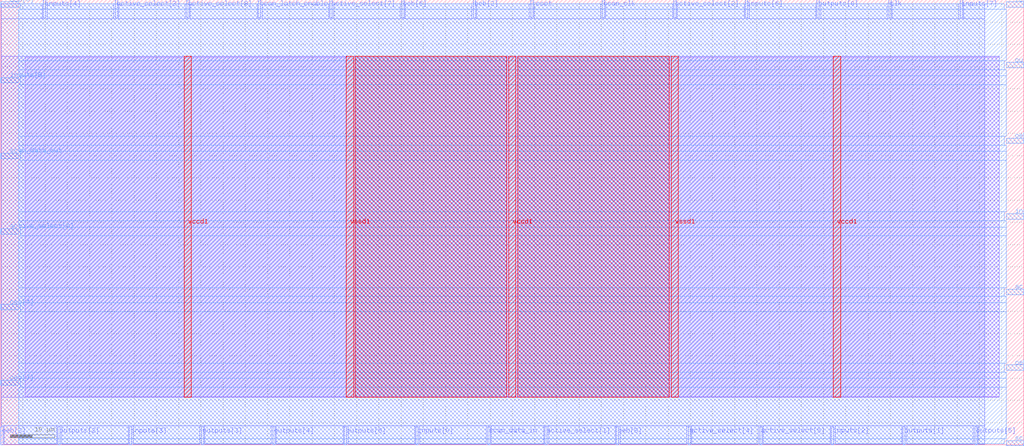
<source format=lef>
VERSION 5.7 ;
  NOWIREEXTENSIONATPIN ON ;
  DIVIDERCHAR "/" ;
  BUSBITCHARS "[]" ;
MACRO scan_controller
  CLASS BLOCK ;
  FOREIGN scan_controller ;
  ORIGIN 0.000 0.000 ;
  SIZE 230.000 BY 100.000 ;
  PIN active_select[0]
    DIRECTION INPUT ;
    USE SIGNAL ;
    PORT
      LAYER met3 ;
        RECT 0.000 47.340 4.000 48.540 ;
    END
  END active_select[0]
  PIN active_select[1]
    DIRECTION INPUT ;
    USE SIGNAL ;
    PORT
      LAYER met2 ;
        RECT 122.310 0.000 122.870 4.000 ;
    END
  END active_select[1]
  PIN active_select[2]
    DIRECTION INPUT ;
    USE SIGNAL ;
    PORT
      LAYER met2 ;
        RECT 151.290 96.000 151.850 100.000 ;
    END
  END active_select[2]
  PIN active_select[3]
    DIRECTION INPUT ;
    USE SIGNAL ;
    PORT
      LAYER met2 ;
        RECT 25.710 96.000 26.270 100.000 ;
    END
  END active_select[3]
  PIN active_select[4]
    DIRECTION INPUT ;
    USE SIGNAL ;
    PORT
      LAYER met2 ;
        RECT 154.510 0.000 155.070 4.000 ;
    END
  END active_select[4]
  PIN active_select[5]
    DIRECTION INPUT ;
    USE SIGNAL ;
    PORT
      LAYER met2 ;
        RECT 170.610 0.000 171.170 4.000 ;
    END
  END active_select[5]
  PIN active_select[6]
    DIRECTION INPUT ;
    USE SIGNAL ;
    PORT
      LAYER met3 ;
        RECT 226.000 33.740 230.000 34.940 ;
    END
  END active_select[6]
  PIN active_select[7]
    DIRECTION INPUT ;
    USE SIGNAL ;
    PORT
      LAYER met2 ;
        RECT 74.010 96.000 74.570 100.000 ;
    END
  END active_select[7]
  PIN active_select[8]
    DIRECTION INPUT ;
    USE SIGNAL ;
    PORT
      LAYER met2 ;
        RECT 41.810 96.000 42.370 100.000 ;
    END
  END active_select[8]
  PIN clk
    DIRECTION INPUT ;
    USE SIGNAL ;
    PORT
      LAYER met2 ;
        RECT 199.590 96.000 200.150 100.000 ;
    END
  END clk
  PIN inputs[0]
    DIRECTION INPUT ;
    USE SIGNAL ;
    PORT
      LAYER met2 ;
        RECT 93.330 0.000 93.890 4.000 ;
    END
  END inputs[0]
  PIN inputs[1]
    DIRECTION INPUT ;
    USE SIGNAL ;
    PORT
      LAYER met3 ;
        RECT 226.000 50.740 230.000 51.940 ;
    END
  END inputs[1]
  PIN inputs[2]
    DIRECTION INPUT ;
    USE SIGNAL ;
    PORT
      LAYER met2 ;
        RECT 186.710 0.000 187.270 4.000 ;
    END
  END inputs[2]
  PIN inputs[3]
    DIRECTION INPUT ;
    USE SIGNAL ;
    PORT
      LAYER met2 ;
        RECT 28.930 0.000 29.490 4.000 ;
    END
  END inputs[3]
  PIN inputs[4]
    DIRECTION INPUT ;
    USE SIGNAL ;
    PORT
      LAYER met2 ;
        RECT 9.610 96.000 10.170 100.000 ;
    END
  END inputs[4]
  PIN inputs[5]
    DIRECTION INPUT ;
    USE SIGNAL ;
    PORT
      LAYER met3 ;
        RECT 0.000 81.340 4.000 82.540 ;
    END
  END inputs[5]
  PIN inputs[6]
    DIRECTION INPUT ;
    USE SIGNAL ;
    PORT
      LAYER met2 ;
        RECT 167.390 96.000 167.950 100.000 ;
    END
  END inputs[6]
  PIN inputs[7]
    DIRECTION INPUT ;
    USE SIGNAL ;
    PORT
      LAYER met2 ;
        RECT 215.690 96.000 216.250 100.000 ;
    END
  END inputs[7]
  PIN oeb[0]
    DIRECTION OUTPUT TRISTATE ;
    USE SIGNAL ;
    PORT
      LAYER met3 ;
        RECT 0.000 98.340 4.000 99.540 ;
    END
  END oeb[0]
  PIN oeb[1]
    DIRECTION OUTPUT TRISTATE ;
    USE SIGNAL ;
    PORT
      LAYER met3 ;
        RECT 226.000 67.740 230.000 68.940 ;
    END
  END oeb[1]
  PIN oeb[2]
    DIRECTION OUTPUT TRISTATE ;
    USE SIGNAL ;
    PORT
      LAYER met2 ;
        RECT 106.210 96.000 106.770 100.000 ;
    END
  END oeb[2]
  PIN oeb[3]
    DIRECTION OUTPUT TRISTATE ;
    USE SIGNAL ;
    PORT
      LAYER met2 ;
        RECT -0.050 0.000 0.510 4.000 ;
    END
  END oeb[3]
  PIN oeb[4]
    DIRECTION OUTPUT TRISTATE ;
    USE SIGNAL ;
    PORT
      LAYER met3 ;
        RECT 0.000 30.340 4.000 31.540 ;
    END
  END oeb[4]
  PIN oeb[5]
    DIRECTION OUTPUT TRISTATE ;
    USE SIGNAL ;
    PORT
      LAYER met3 ;
        RECT 226.000 16.740 230.000 17.940 ;
    END
  END oeb[5]
  PIN oeb[6]
    DIRECTION OUTPUT TRISTATE ;
    USE SIGNAL ;
    PORT
      LAYER met2 ;
        RECT 90.110 96.000 90.670 100.000 ;
    END
  END oeb[6]
  PIN oeb[7]
    DIRECTION OUTPUT TRISTATE ;
    USE SIGNAL ;
    PORT
      LAYER met3 ;
        RECT 0.000 13.340 4.000 14.540 ;
    END
  END oeb[7]
  PIN oeb[8]
    DIRECTION OUTPUT TRISTATE ;
    USE SIGNAL ;
    PORT
      LAYER met2 ;
        RECT 138.410 0.000 138.970 4.000 ;
    END
  END oeb[8]
  PIN outputs[0]
    DIRECTION OUTPUT TRISTATE ;
    USE SIGNAL ;
    PORT
      LAYER met2 ;
        RECT 183.490 96.000 184.050 100.000 ;
    END
  END outputs[0]
  PIN outputs[1]
    DIRECTION OUTPUT TRISTATE ;
    USE SIGNAL ;
    PORT
      LAYER met2 ;
        RECT 202.810 0.000 203.370 4.000 ;
    END
  END outputs[1]
  PIN outputs[2]
    DIRECTION OUTPUT TRISTATE ;
    USE SIGNAL ;
    PORT
      LAYER met2 ;
        RECT 12.830 0.000 13.390 4.000 ;
    END
  END outputs[2]
  PIN outputs[3]
    DIRECTION OUTPUT TRISTATE ;
    USE SIGNAL ;
    PORT
      LAYER met2 ;
        RECT 45.030 0.000 45.590 4.000 ;
    END
  END outputs[3]
  PIN outputs[4]
    DIRECTION OUTPUT TRISTATE ;
    USE SIGNAL ;
    PORT
      LAYER met2 ;
        RECT 61.130 0.000 61.690 4.000 ;
    END
  END outputs[4]
  PIN outputs[5]
    DIRECTION OUTPUT TRISTATE ;
    USE SIGNAL ;
    PORT
      LAYER met2 ;
        RECT 218.910 0.000 219.470 4.000 ;
    END
  END outputs[5]
  PIN outputs[6]
    DIRECTION OUTPUT TRISTATE ;
    USE SIGNAL ;
    PORT
      LAYER met2 ;
        RECT 77.230 0.000 77.790 4.000 ;
    END
  END outputs[6]
  PIN outputs[7]
    DIRECTION OUTPUT TRISTATE ;
    USE SIGNAL ;
    PORT
      LAYER met3 ;
        RECT 226.000 84.740 230.000 85.940 ;
    END
  END outputs[7]
  PIN ready
    DIRECTION OUTPUT TRISTATE ;
    USE SIGNAL ;
    PORT
      LAYER met3 ;
        RECT 226.000 98.340 230.000 99.540 ;
    END
  END ready
  PIN reset
    DIRECTION INPUT ;
    USE SIGNAL ;
    PORT
      LAYER met2 ;
        RECT 119.090 96.000 119.650 100.000 ;
    END
  END reset
  PIN scan_clk
    DIRECTION OUTPUT TRISTATE ;
    USE SIGNAL ;
    PORT
      LAYER met2 ;
        RECT 135.190 96.000 135.750 100.000 ;
    END
  END scan_clk
  PIN scan_data_in
    DIRECTION INPUT ;
    USE SIGNAL ;
    PORT
      LAYER met2 ;
        RECT 109.430 0.000 109.990 4.000 ;
    END
  END scan_data_in
  PIN scan_data_out
    DIRECTION OUTPUT TRISTATE ;
    USE SIGNAL ;
    PORT
      LAYER met3 ;
        RECT 0.000 64.340 4.000 65.540 ;
    END
  END scan_data_out
  PIN scan_latch_enable
    DIRECTION OUTPUT TRISTATE ;
    USE SIGNAL ;
    PORT
      LAYER met2 ;
        RECT 57.910 96.000 58.470 100.000 ;
    END
  END scan_latch_enable
  PIN scan_select
    DIRECTION OUTPUT TRISTATE ;
    USE SIGNAL ;
    PORT
      LAYER met3 ;
        RECT 226.000 -0.260 230.000 0.940 ;
    END
  END scan_select
  PIN vccd1
    DIRECTION INPUT ;
    USE POWER ;
    PORT
      LAYER met4 ;
        RECT 41.210 10.640 42.810 87.280 ;
    END
    PORT
      LAYER met4 ;
        RECT 114.200 10.640 115.800 87.280 ;
    END
    PORT
      LAYER met4 ;
        RECT 187.185 10.640 188.785 87.280 ;
    END
  END vccd1
  PIN vssd1
    DIRECTION INPUT ;
    USE GROUND ;
    PORT
      LAYER met4 ;
        RECT 77.710 10.640 79.310 87.280 ;
    END
    PORT
      LAYER met4 ;
        RECT 150.695 10.640 152.295 87.280 ;
    END
  END vssd1
  OBS
      LAYER li1 ;
        RECT 5.520 10.795 224.480 87.125 ;
      LAYER met1 ;
        RECT 0.070 10.640 224.480 87.280 ;
      LAYER met2 ;
        RECT 0.100 95.720 9.330 99.125 ;
        RECT 10.450 95.720 25.430 99.125 ;
        RECT 26.550 95.720 41.530 99.125 ;
        RECT 42.650 95.720 57.630 99.125 ;
        RECT 58.750 95.720 73.730 99.125 ;
        RECT 74.850 95.720 89.830 99.125 ;
        RECT 90.950 95.720 105.930 99.125 ;
        RECT 107.050 95.720 118.810 99.125 ;
        RECT 119.930 95.720 134.910 99.125 ;
        RECT 136.030 95.720 151.010 99.125 ;
        RECT 152.130 95.720 167.110 99.125 ;
        RECT 168.230 95.720 183.210 99.125 ;
        RECT 184.330 95.720 199.310 99.125 ;
        RECT 200.430 95.720 215.410 99.125 ;
        RECT 216.530 95.720 221.170 99.125 ;
        RECT 0.100 4.280 221.170 95.720 ;
        RECT 0.790 0.155 12.550 4.280 ;
        RECT 13.670 0.155 28.650 4.280 ;
        RECT 29.770 0.155 44.750 4.280 ;
        RECT 45.870 0.155 60.850 4.280 ;
        RECT 61.970 0.155 76.950 4.280 ;
        RECT 78.070 0.155 93.050 4.280 ;
        RECT 94.170 0.155 109.150 4.280 ;
        RECT 110.270 0.155 122.030 4.280 ;
        RECT 123.150 0.155 138.130 4.280 ;
        RECT 139.250 0.155 154.230 4.280 ;
        RECT 155.350 0.155 170.330 4.280 ;
        RECT 171.450 0.155 186.430 4.280 ;
        RECT 187.550 0.155 202.530 4.280 ;
        RECT 203.650 0.155 218.630 4.280 ;
        RECT 219.750 0.155 221.170 4.280 ;
      LAYER met3 ;
        RECT 4.400 97.940 225.600 99.105 ;
        RECT 4.000 86.340 226.000 97.940 ;
        RECT 4.000 84.340 225.600 86.340 ;
        RECT 4.000 82.940 226.000 84.340 ;
        RECT 4.400 80.940 226.000 82.940 ;
        RECT 4.000 69.340 226.000 80.940 ;
        RECT 4.000 67.340 225.600 69.340 ;
        RECT 4.000 65.940 226.000 67.340 ;
        RECT 4.400 63.940 226.000 65.940 ;
        RECT 4.000 52.340 226.000 63.940 ;
        RECT 4.000 50.340 225.600 52.340 ;
        RECT 4.000 48.940 226.000 50.340 ;
        RECT 4.400 46.940 226.000 48.940 ;
        RECT 4.000 35.340 226.000 46.940 ;
        RECT 4.000 33.340 225.600 35.340 ;
        RECT 4.000 31.940 226.000 33.340 ;
        RECT 4.400 29.940 226.000 31.940 ;
        RECT 4.000 18.340 226.000 29.940 ;
        RECT 4.000 16.340 225.600 18.340 ;
        RECT 4.000 14.940 226.000 16.340 ;
        RECT 4.400 12.940 226.000 14.940 ;
        RECT 4.000 1.340 226.000 12.940 ;
        RECT 4.000 0.175 225.600 1.340 ;
      LAYER met4 ;
        RECT 79.710 10.640 113.800 87.280 ;
        RECT 116.200 10.640 150.295 87.280 ;
  END
END scan_controller
END LIBRARY


</source>
